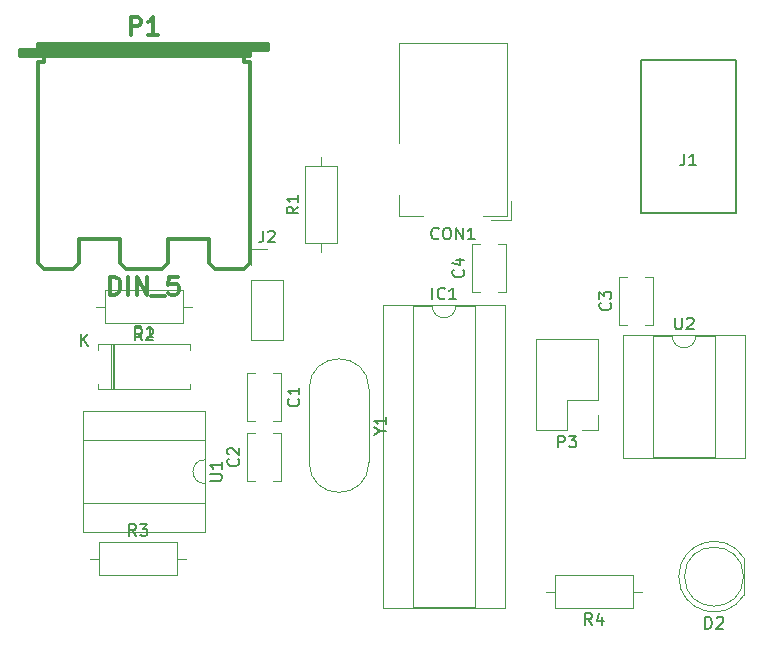
<source format=gto>
G04 #@! TF.GenerationSoftware,KiCad,Pcbnew,5.0.2+dfsg1-1~bpo9+1*
G04 #@! TF.CreationDate,2019-02-16T22:44:35+01:00*
G04 #@! TF.ProjectId,main,6d61696e-2e6b-4696-9361-645f70636258,v02*
G04 #@! TF.SameCoordinates,Original*
G04 #@! TF.FileFunction,Legend,Top*
G04 #@! TF.FilePolarity,Positive*
%FSLAX46Y46*%
G04 Gerber Fmt 4.6, Leading zero omitted, Abs format (unit mm)*
G04 Created by KiCad (PCBNEW 5.0.2+dfsg1-1~bpo9+1) date Sat 16 Feb 2019 10:44:35 PM CET*
%MOMM*%
%LPD*%
G01*
G04 APERTURE LIST*
%ADD10C,0.120000*%
%ADD11C,0.150000*%
%ADD12C,0.304800*%
G04 APERTURE END LIST*
D10*
G04 #@! TO.C,C1*
X157955000Y-107450000D02*
X157330000Y-107450000D01*
X160170000Y-107450000D02*
X159545000Y-107450000D01*
X157955000Y-103410000D02*
X157330000Y-103410000D01*
X160170000Y-103410000D02*
X159545000Y-103410000D01*
X157330000Y-103410000D02*
X157330000Y-107450000D01*
X160170000Y-103410000D02*
X160170000Y-107450000D01*
G04 #@! TO.C,C2*
X159545000Y-108490000D02*
X160170000Y-108490000D01*
X157330000Y-108490000D02*
X157955000Y-108490000D01*
X159545000Y-112530000D02*
X160170000Y-112530000D01*
X157330000Y-112530000D02*
X157955000Y-112530000D01*
X160170000Y-112530000D02*
X160170000Y-108490000D01*
X157330000Y-112530000D02*
X157330000Y-108490000D01*
G04 #@! TO.C,C3*
X188826000Y-99322000D02*
X188826000Y-95282000D01*
X191666000Y-99322000D02*
X191666000Y-95282000D01*
X188826000Y-99322000D02*
X189451000Y-99322000D01*
X191041000Y-99322000D02*
X191666000Y-99322000D01*
X188826000Y-95282000D02*
X189451000Y-95282000D01*
X191041000Y-95282000D02*
X191666000Y-95282000D01*
G04 #@! TO.C,C4*
X176380000Y-96528000D02*
X176380000Y-92488000D01*
X179220000Y-96528000D02*
X179220000Y-92488000D01*
X176380000Y-96528000D02*
X177005000Y-96528000D01*
X178595000Y-96528000D02*
X179220000Y-96528000D01*
X176380000Y-92488000D02*
X177005000Y-92488000D01*
X178595000Y-92488000D02*
X179220000Y-92488000D01*
G04 #@! TO.C,CON1*
X170152000Y-83954000D02*
X170152000Y-75454000D01*
X170152000Y-75454000D02*
X179352000Y-75454000D01*
X179352000Y-75454000D02*
X179352000Y-90154000D01*
X172252000Y-90154000D02*
X170152000Y-90154000D01*
X170152000Y-90154000D02*
X170152000Y-88354000D01*
X177952000Y-90454000D02*
X179652000Y-90454000D01*
X179652000Y-90454000D02*
X179652000Y-88854000D01*
X179352000Y-90154000D02*
X177252000Y-90154000D01*
G04 #@! TO.C,D1*
X144670000Y-101430000D02*
X144670000Y-100950000D01*
X144670000Y-100950000D02*
X152510000Y-100950000D01*
X152510000Y-100950000D02*
X152510000Y-101430000D01*
X144670000Y-104310000D02*
X144670000Y-104790000D01*
X144670000Y-104790000D02*
X152510000Y-104790000D01*
X152510000Y-104790000D02*
X152510000Y-104310000D01*
X145930000Y-100950000D02*
X145930000Y-104790000D01*
X146050000Y-100950000D02*
X146050000Y-104790000D01*
X145810000Y-100950000D02*
X145810000Y-104790000D01*
G04 #@! TO.C,D2*
X193860000Y-120649538D02*
G75*
G03X199410000Y-122194830I2990000J-462D01*
G01*
X193860000Y-120650462D02*
G75*
G02X199410000Y-119105170I2990000J462D01*
G01*
X199350000Y-120650000D02*
G75*
G03X199350000Y-120650000I-2500000J0D01*
G01*
X199410000Y-122195000D02*
X199410000Y-119105000D01*
D11*
G04 #@! TO.C,J1*
X190670000Y-89880000D02*
X198670000Y-89880000D01*
X190670000Y-76880000D02*
X198670000Y-76880000D01*
X190670000Y-76880000D02*
X190670000Y-89880000D01*
X198670000Y-76880000D02*
X198670000Y-89880000D01*
D12*
G04 #@! TO.C,P1*
X157589220Y-76339700D02*
X138089640Y-76339700D01*
X139590780Y-76090780D02*
X157589220Y-76090780D01*
X159090360Y-75839320D02*
X139590780Y-75839320D01*
X157589220Y-94089220D02*
X157589220Y-77089000D01*
X157589220Y-94089220D02*
X157088840Y-94589600D01*
X157088840Y-94589600D02*
X154589480Y-94589600D01*
X154589480Y-94589600D02*
X154089100Y-94089220D01*
X154089100Y-94089220D02*
X154089100Y-92090240D01*
X154089100Y-92090240D02*
X150588980Y-92090240D01*
X139590780Y-94089220D02*
X139590780Y-77089000D01*
X139590780Y-94089220D02*
X140091160Y-94589600D01*
X140091160Y-94589600D02*
X142090140Y-94589600D01*
X142090140Y-94589600D02*
X142590520Y-94589600D01*
X142590520Y-94589600D02*
X143090900Y-94089220D01*
X143090900Y-94089220D02*
X143090900Y-92090240D01*
X143090900Y-92090240D02*
X146591020Y-92090240D01*
X150091140Y-94589600D02*
X150588980Y-94089220D01*
X150588980Y-94089220D02*
X150588980Y-92090240D01*
X150091140Y-94589600D02*
X147088860Y-94589600D01*
X147088860Y-94589600D02*
X146591020Y-94089220D01*
X146591020Y-94089220D02*
X146591020Y-92090240D01*
X138089640Y-76090780D02*
X139590780Y-76090780D01*
X139590780Y-76090780D02*
X139590780Y-75590400D01*
X139590780Y-75590400D02*
X159090360Y-75590400D01*
X159090360Y-76090780D02*
X157589220Y-76090780D01*
X157589220Y-76090780D02*
X157589220Y-76591160D01*
X157589220Y-76591160D02*
X138089640Y-76591160D01*
X139590780Y-77089000D02*
X140091160Y-77089000D01*
X157589220Y-77089000D02*
X157088840Y-77089000D01*
X140091160Y-76591160D02*
X140091160Y-77089000D01*
X157088840Y-77089000D02*
X157088840Y-76591160D01*
X159090360Y-75590400D02*
X159090360Y-76090780D01*
X138089640Y-76591160D02*
X138089640Y-76090780D01*
D10*
G04 #@! TO.C,P3*
X187004000Y-100524000D02*
X181804000Y-100524000D01*
X187004000Y-105664000D02*
X187004000Y-100524000D01*
X181804000Y-108264000D02*
X181804000Y-100524000D01*
X187004000Y-105664000D02*
X184404000Y-105664000D01*
X184404000Y-105664000D02*
X184404000Y-108264000D01*
X184404000Y-108264000D02*
X181804000Y-108264000D01*
X187004000Y-106934000D02*
X187004000Y-108264000D01*
X187004000Y-108264000D02*
X185674000Y-108264000D01*
G04 #@! TO.C,R1*
X162206000Y-92424000D02*
X164946000Y-92424000D01*
X164946000Y-92424000D02*
X164946000Y-85884000D01*
X164946000Y-85884000D02*
X162206000Y-85884000D01*
X162206000Y-85884000D02*
X162206000Y-92424000D01*
X163576000Y-93194000D02*
X163576000Y-92424000D01*
X163576000Y-85114000D02*
X163576000Y-85884000D01*
G04 #@! TO.C,R2*
X151860000Y-99160000D02*
X151860000Y-96420000D01*
X151860000Y-96420000D02*
X145320000Y-96420000D01*
X145320000Y-96420000D02*
X145320000Y-99160000D01*
X145320000Y-99160000D02*
X151860000Y-99160000D01*
X152630000Y-97790000D02*
X151860000Y-97790000D01*
X144550000Y-97790000D02*
X145320000Y-97790000D01*
G04 #@! TO.C,R3*
X152122000Y-119126000D02*
X151352000Y-119126000D01*
X144042000Y-119126000D02*
X144812000Y-119126000D01*
X151352000Y-117756000D02*
X144812000Y-117756000D01*
X151352000Y-120496000D02*
X151352000Y-117756000D01*
X144812000Y-120496000D02*
X151352000Y-120496000D01*
X144812000Y-117756000D02*
X144812000Y-120496000D01*
G04 #@! TO.C,R4*
X182650000Y-121920000D02*
X183420000Y-121920000D01*
X190730000Y-121920000D02*
X189960000Y-121920000D01*
X183420000Y-123290000D02*
X189960000Y-123290000D01*
X183420000Y-120550000D02*
X183420000Y-123290000D01*
X189960000Y-120550000D02*
X183420000Y-120550000D01*
X189960000Y-123290000D02*
X189960000Y-120550000D01*
G04 #@! TO.C,U1*
X153730000Y-112760000D02*
G75*
G02X153730000Y-110760000I0J1000000D01*
G01*
X153730000Y-110760000D02*
X153730000Y-109110000D01*
X153730000Y-109110000D02*
X143450000Y-109110000D01*
X143450000Y-109110000D02*
X143450000Y-114410000D01*
X143450000Y-114410000D02*
X153730000Y-114410000D01*
X153730000Y-114410000D02*
X153730000Y-112760000D01*
X153790000Y-106620000D02*
X143390000Y-106620000D01*
X143390000Y-106620000D02*
X143390000Y-116900000D01*
X143390000Y-116900000D02*
X153790000Y-116900000D01*
X153790000Y-116900000D02*
X153790000Y-106620000D01*
G04 #@! TO.C,U2*
X199450000Y-100210000D02*
X189170000Y-100210000D01*
X199450000Y-110610000D02*
X199450000Y-100210000D01*
X189170000Y-110610000D02*
X199450000Y-110610000D01*
X189170000Y-100210000D02*
X189170000Y-110610000D01*
X196960000Y-100270000D02*
X195310000Y-100270000D01*
X196960000Y-110550000D02*
X196960000Y-100270000D01*
X191660000Y-110550000D02*
X196960000Y-110550000D01*
X191660000Y-100270000D02*
X191660000Y-110550000D01*
X193310000Y-100270000D02*
X191660000Y-100270000D01*
X195310000Y-100270000D02*
G75*
G02X193310000Y-100270000I-1000000J0D01*
G01*
G04 #@! TO.C,Y1*
X167625000Y-104735000D02*
X167625000Y-110985000D01*
X162575000Y-104735000D02*
X162575000Y-110985000D01*
X162575000Y-104735000D02*
G75*
G02X167625000Y-104735000I2525000J0D01*
G01*
X162575000Y-110985000D02*
G75*
G03X167625000Y-110985000I2525000J0D01*
G01*
G04 #@! TO.C,IC1*
X174990000Y-97730000D02*
G75*
G02X172990000Y-97730000I-1000000J0D01*
G01*
X172990000Y-97730000D02*
X171340000Y-97730000D01*
X171340000Y-97730000D02*
X171340000Y-123250000D01*
X171340000Y-123250000D02*
X176640000Y-123250000D01*
X176640000Y-123250000D02*
X176640000Y-97730000D01*
X176640000Y-97730000D02*
X174990000Y-97730000D01*
X168850000Y-97670000D02*
X168850000Y-123310000D01*
X168850000Y-123310000D02*
X179130000Y-123310000D01*
X179130000Y-123310000D02*
X179130000Y-97670000D01*
X179130000Y-97670000D02*
X168850000Y-97670000D01*
G04 #@! TO.C,J2*
X157674000Y-100644000D02*
X160334000Y-100644000D01*
X157674000Y-95504000D02*
X157674000Y-100644000D01*
X160334000Y-95504000D02*
X160334000Y-100644000D01*
X157674000Y-95504000D02*
X160334000Y-95504000D01*
X157674000Y-94234000D02*
X157674000Y-92904000D01*
X157674000Y-92904000D02*
X159004000Y-92904000D01*
G04 #@! TO.C,C1*
D11*
X161657142Y-105596666D02*
X161704761Y-105644285D01*
X161752380Y-105787142D01*
X161752380Y-105882380D01*
X161704761Y-106025238D01*
X161609523Y-106120476D01*
X161514285Y-106168095D01*
X161323809Y-106215714D01*
X161180952Y-106215714D01*
X160990476Y-106168095D01*
X160895238Y-106120476D01*
X160800000Y-106025238D01*
X160752380Y-105882380D01*
X160752380Y-105787142D01*
X160800000Y-105644285D01*
X160847619Y-105596666D01*
X161752380Y-104644285D02*
X161752380Y-105215714D01*
X161752380Y-104930000D02*
X160752380Y-104930000D01*
X160895238Y-105025238D01*
X160990476Y-105120476D01*
X161038095Y-105215714D01*
G04 #@! TO.C,C2*
X156557142Y-110676666D02*
X156604761Y-110724285D01*
X156652380Y-110867142D01*
X156652380Y-110962380D01*
X156604761Y-111105238D01*
X156509523Y-111200476D01*
X156414285Y-111248095D01*
X156223809Y-111295714D01*
X156080952Y-111295714D01*
X155890476Y-111248095D01*
X155795238Y-111200476D01*
X155700000Y-111105238D01*
X155652380Y-110962380D01*
X155652380Y-110867142D01*
X155700000Y-110724285D01*
X155747619Y-110676666D01*
X155747619Y-110295714D02*
X155700000Y-110248095D01*
X155652380Y-110152857D01*
X155652380Y-109914761D01*
X155700000Y-109819523D01*
X155747619Y-109771904D01*
X155842857Y-109724285D01*
X155938095Y-109724285D01*
X156080952Y-109771904D01*
X156652380Y-110343333D01*
X156652380Y-109724285D01*
G04 #@! TO.C,C3*
X188053142Y-97468666D02*
X188100761Y-97516285D01*
X188148380Y-97659142D01*
X188148380Y-97754380D01*
X188100761Y-97897238D01*
X188005523Y-97992476D01*
X187910285Y-98040095D01*
X187719809Y-98087714D01*
X187576952Y-98087714D01*
X187386476Y-98040095D01*
X187291238Y-97992476D01*
X187196000Y-97897238D01*
X187148380Y-97754380D01*
X187148380Y-97659142D01*
X187196000Y-97516285D01*
X187243619Y-97468666D01*
X187148380Y-97135333D02*
X187148380Y-96516285D01*
X187529333Y-96849619D01*
X187529333Y-96706761D01*
X187576952Y-96611523D01*
X187624571Y-96563904D01*
X187719809Y-96516285D01*
X187957904Y-96516285D01*
X188053142Y-96563904D01*
X188100761Y-96611523D01*
X188148380Y-96706761D01*
X188148380Y-96992476D01*
X188100761Y-97087714D01*
X188053142Y-97135333D01*
G04 #@! TO.C,C4*
X175607142Y-94674666D02*
X175654761Y-94722285D01*
X175702380Y-94865142D01*
X175702380Y-94960380D01*
X175654761Y-95103238D01*
X175559523Y-95198476D01*
X175464285Y-95246095D01*
X175273809Y-95293714D01*
X175130952Y-95293714D01*
X174940476Y-95246095D01*
X174845238Y-95198476D01*
X174750000Y-95103238D01*
X174702380Y-94960380D01*
X174702380Y-94865142D01*
X174750000Y-94722285D01*
X174797619Y-94674666D01*
X175035714Y-93817523D02*
X175702380Y-93817523D01*
X174654761Y-94055619D02*
X175369047Y-94293714D01*
X175369047Y-93674666D01*
G04 #@! TO.C,CON1*
X173537714Y-92011142D02*
X173490095Y-92058761D01*
X173347238Y-92106380D01*
X173252000Y-92106380D01*
X173109142Y-92058761D01*
X173013904Y-91963523D01*
X172966285Y-91868285D01*
X172918666Y-91677809D01*
X172918666Y-91534952D01*
X172966285Y-91344476D01*
X173013904Y-91249238D01*
X173109142Y-91154000D01*
X173252000Y-91106380D01*
X173347238Y-91106380D01*
X173490095Y-91154000D01*
X173537714Y-91201619D01*
X174156761Y-91106380D02*
X174347238Y-91106380D01*
X174442476Y-91154000D01*
X174537714Y-91249238D01*
X174585333Y-91439714D01*
X174585333Y-91773047D01*
X174537714Y-91963523D01*
X174442476Y-92058761D01*
X174347238Y-92106380D01*
X174156761Y-92106380D01*
X174061523Y-92058761D01*
X173966285Y-91963523D01*
X173918666Y-91773047D01*
X173918666Y-91439714D01*
X173966285Y-91249238D01*
X174061523Y-91154000D01*
X174156761Y-91106380D01*
X175013904Y-92106380D02*
X175013904Y-91106380D01*
X175585333Y-92106380D01*
X175585333Y-91106380D01*
X176585333Y-92106380D02*
X176013904Y-92106380D01*
X176299619Y-92106380D02*
X176299619Y-91106380D01*
X176204380Y-91249238D01*
X176109142Y-91344476D01*
X176013904Y-91392095D01*
G04 #@! TO.C,D1*
X147851904Y-100402380D02*
X147851904Y-99402380D01*
X148090000Y-99402380D01*
X148232857Y-99450000D01*
X148328095Y-99545238D01*
X148375714Y-99640476D01*
X148423333Y-99830952D01*
X148423333Y-99973809D01*
X148375714Y-100164285D01*
X148328095Y-100259523D01*
X148232857Y-100354761D01*
X148090000Y-100402380D01*
X147851904Y-100402380D01*
X149375714Y-100402380D02*
X148804285Y-100402380D01*
X149090000Y-100402380D02*
X149090000Y-99402380D01*
X148994761Y-99545238D01*
X148899523Y-99640476D01*
X148804285Y-99688095D01*
X143248095Y-101122380D02*
X143248095Y-100122380D01*
X143819523Y-101122380D02*
X143390952Y-100550952D01*
X143819523Y-100122380D02*
X143248095Y-100693809D01*
G04 #@! TO.C,D2*
X196111904Y-125062380D02*
X196111904Y-124062380D01*
X196350000Y-124062380D01*
X196492857Y-124110000D01*
X196588095Y-124205238D01*
X196635714Y-124300476D01*
X196683333Y-124490952D01*
X196683333Y-124633809D01*
X196635714Y-124824285D01*
X196588095Y-124919523D01*
X196492857Y-125014761D01*
X196350000Y-125062380D01*
X196111904Y-125062380D01*
X197064285Y-124157619D02*
X197111904Y-124110000D01*
X197207142Y-124062380D01*
X197445238Y-124062380D01*
X197540476Y-124110000D01*
X197588095Y-124157619D01*
X197635714Y-124252857D01*
X197635714Y-124348095D01*
X197588095Y-124490952D01*
X197016666Y-125062380D01*
X197635714Y-125062380D01*
G04 #@! TO.C,J1*
X194336666Y-84832380D02*
X194336666Y-85546666D01*
X194289047Y-85689523D01*
X194193809Y-85784761D01*
X194050952Y-85832380D01*
X193955714Y-85832380D01*
X195336666Y-85832380D02*
X194765238Y-85832380D01*
X195050952Y-85832380D02*
X195050952Y-84832380D01*
X194955714Y-84975238D01*
X194860476Y-85070476D01*
X194765238Y-85118095D01*
G04 #@! TO.C,P1*
D12*
X147465142Y-74778688D02*
X147465142Y-73254688D01*
X148045714Y-73254688D01*
X148190857Y-73327260D01*
X148263428Y-73399831D01*
X148336000Y-73544974D01*
X148336000Y-73762688D01*
X148263428Y-73907831D01*
X148190857Y-73980402D01*
X148045714Y-74052974D01*
X147465142Y-74052974D01*
X149787428Y-74778688D02*
X148916571Y-74778688D01*
X149352000Y-74778688D02*
X149352000Y-73254688D01*
X149206857Y-73472402D01*
X149061714Y-73617545D01*
X148916571Y-73690117D01*
X145723428Y-96780168D02*
X145723428Y-95256168D01*
X146086285Y-95256168D01*
X146304000Y-95328740D01*
X146449142Y-95473882D01*
X146521714Y-95619025D01*
X146594285Y-95909311D01*
X146594285Y-96127025D01*
X146521714Y-96417311D01*
X146449142Y-96562454D01*
X146304000Y-96707597D01*
X146086285Y-96780168D01*
X145723428Y-96780168D01*
X147247428Y-96780168D02*
X147247428Y-95256168D01*
X147973142Y-96780168D02*
X147973142Y-95256168D01*
X148844000Y-96780168D01*
X148844000Y-95256168D01*
X149206857Y-96925311D02*
X150368000Y-96925311D01*
X151456571Y-95256168D02*
X150730857Y-95256168D01*
X150658285Y-95981882D01*
X150730857Y-95909311D01*
X150876000Y-95836740D01*
X151238857Y-95836740D01*
X151384000Y-95909311D01*
X151456571Y-95981882D01*
X151529142Y-96127025D01*
X151529142Y-96489882D01*
X151456571Y-96635025D01*
X151384000Y-96707597D01*
X151238857Y-96780168D01*
X150876000Y-96780168D01*
X150730857Y-96707597D01*
X150658285Y-96635025D01*
G04 #@! TO.C,P3*
D11*
X183665904Y-109716380D02*
X183665904Y-108716380D01*
X184046857Y-108716380D01*
X184142095Y-108764000D01*
X184189714Y-108811619D01*
X184237333Y-108906857D01*
X184237333Y-109049714D01*
X184189714Y-109144952D01*
X184142095Y-109192571D01*
X184046857Y-109240190D01*
X183665904Y-109240190D01*
X184570666Y-108716380D02*
X185189714Y-108716380D01*
X184856380Y-109097333D01*
X184999238Y-109097333D01*
X185094476Y-109144952D01*
X185142095Y-109192571D01*
X185189714Y-109287809D01*
X185189714Y-109525904D01*
X185142095Y-109621142D01*
X185094476Y-109668761D01*
X184999238Y-109716380D01*
X184713523Y-109716380D01*
X184618285Y-109668761D01*
X184570666Y-109621142D01*
G04 #@! TO.C,R1*
X161658380Y-89320666D02*
X161182190Y-89654000D01*
X161658380Y-89892095D02*
X160658380Y-89892095D01*
X160658380Y-89511142D01*
X160706000Y-89415904D01*
X160753619Y-89368285D01*
X160848857Y-89320666D01*
X160991714Y-89320666D01*
X161086952Y-89368285D01*
X161134571Y-89415904D01*
X161182190Y-89511142D01*
X161182190Y-89892095D01*
X161658380Y-88368285D02*
X161658380Y-88939714D01*
X161658380Y-88654000D02*
X160658380Y-88654000D01*
X160801238Y-88749238D01*
X160896476Y-88844476D01*
X160944095Y-88939714D01*
G04 #@! TO.C,R2*
X148423333Y-100612380D02*
X148090000Y-100136190D01*
X147851904Y-100612380D02*
X147851904Y-99612380D01*
X148232857Y-99612380D01*
X148328095Y-99660000D01*
X148375714Y-99707619D01*
X148423333Y-99802857D01*
X148423333Y-99945714D01*
X148375714Y-100040952D01*
X148328095Y-100088571D01*
X148232857Y-100136190D01*
X147851904Y-100136190D01*
X148804285Y-99707619D02*
X148851904Y-99660000D01*
X148947142Y-99612380D01*
X149185238Y-99612380D01*
X149280476Y-99660000D01*
X149328095Y-99707619D01*
X149375714Y-99802857D01*
X149375714Y-99898095D01*
X149328095Y-100040952D01*
X148756666Y-100612380D01*
X149375714Y-100612380D01*
G04 #@! TO.C,R3*
X147915333Y-117208380D02*
X147582000Y-116732190D01*
X147343904Y-117208380D02*
X147343904Y-116208380D01*
X147724857Y-116208380D01*
X147820095Y-116256000D01*
X147867714Y-116303619D01*
X147915333Y-116398857D01*
X147915333Y-116541714D01*
X147867714Y-116636952D01*
X147820095Y-116684571D01*
X147724857Y-116732190D01*
X147343904Y-116732190D01*
X148248666Y-116208380D02*
X148867714Y-116208380D01*
X148534380Y-116589333D01*
X148677238Y-116589333D01*
X148772476Y-116636952D01*
X148820095Y-116684571D01*
X148867714Y-116779809D01*
X148867714Y-117017904D01*
X148820095Y-117113142D01*
X148772476Y-117160761D01*
X148677238Y-117208380D01*
X148391523Y-117208380D01*
X148296285Y-117160761D01*
X148248666Y-117113142D01*
G04 #@! TO.C,R4*
X186523333Y-124742380D02*
X186190000Y-124266190D01*
X185951904Y-124742380D02*
X185951904Y-123742380D01*
X186332857Y-123742380D01*
X186428095Y-123790000D01*
X186475714Y-123837619D01*
X186523333Y-123932857D01*
X186523333Y-124075714D01*
X186475714Y-124170952D01*
X186428095Y-124218571D01*
X186332857Y-124266190D01*
X185951904Y-124266190D01*
X187380476Y-124075714D02*
X187380476Y-124742380D01*
X187142380Y-123694761D02*
X186904285Y-124409047D01*
X187523333Y-124409047D01*
G04 #@! TO.C,U1*
X154182380Y-112521904D02*
X154991904Y-112521904D01*
X155087142Y-112474285D01*
X155134761Y-112426666D01*
X155182380Y-112331428D01*
X155182380Y-112140952D01*
X155134761Y-112045714D01*
X155087142Y-111998095D01*
X154991904Y-111950476D01*
X154182380Y-111950476D01*
X155182380Y-110950476D02*
X155182380Y-111521904D01*
X155182380Y-111236190D02*
X154182380Y-111236190D01*
X154325238Y-111331428D01*
X154420476Y-111426666D01*
X154468095Y-111521904D01*
G04 #@! TO.C,U2*
X193548095Y-98722380D02*
X193548095Y-99531904D01*
X193595714Y-99627142D01*
X193643333Y-99674761D01*
X193738571Y-99722380D01*
X193929047Y-99722380D01*
X194024285Y-99674761D01*
X194071904Y-99627142D01*
X194119523Y-99531904D01*
X194119523Y-98722380D01*
X194548095Y-98817619D02*
X194595714Y-98770000D01*
X194690952Y-98722380D01*
X194929047Y-98722380D01*
X195024285Y-98770000D01*
X195071904Y-98817619D01*
X195119523Y-98912857D01*
X195119523Y-99008095D01*
X195071904Y-99150952D01*
X194500476Y-99722380D01*
X195119523Y-99722380D01*
G04 #@! TO.C,Y1*
X168601190Y-108336190D02*
X169077380Y-108336190D01*
X168077380Y-108669523D02*
X168601190Y-108336190D01*
X168077380Y-108002857D01*
X169077380Y-107145714D02*
X169077380Y-107717142D01*
X169077380Y-107431428D02*
X168077380Y-107431428D01*
X168220238Y-107526666D01*
X168315476Y-107621904D01*
X168363095Y-107717142D01*
G04 #@! TO.C,IC1*
X173013809Y-97182380D02*
X173013809Y-96182380D01*
X174061428Y-97087142D02*
X174013809Y-97134761D01*
X173870952Y-97182380D01*
X173775714Y-97182380D01*
X173632857Y-97134761D01*
X173537619Y-97039523D01*
X173490000Y-96944285D01*
X173442380Y-96753809D01*
X173442380Y-96610952D01*
X173490000Y-96420476D01*
X173537619Y-96325238D01*
X173632857Y-96230000D01*
X173775714Y-96182380D01*
X173870952Y-96182380D01*
X174013809Y-96230000D01*
X174061428Y-96277619D01*
X175013809Y-97182380D02*
X174442380Y-97182380D01*
X174728095Y-97182380D02*
X174728095Y-96182380D01*
X174632857Y-96325238D01*
X174537619Y-96420476D01*
X174442380Y-96468095D01*
G04 #@! TO.C,J2*
X158670666Y-91356380D02*
X158670666Y-92070666D01*
X158623047Y-92213523D01*
X158527809Y-92308761D01*
X158384952Y-92356380D01*
X158289714Y-92356380D01*
X159099238Y-91451619D02*
X159146857Y-91404000D01*
X159242095Y-91356380D01*
X159480190Y-91356380D01*
X159575428Y-91404000D01*
X159623047Y-91451619D01*
X159670666Y-91546857D01*
X159670666Y-91642095D01*
X159623047Y-91784952D01*
X159051619Y-92356380D01*
X159670666Y-92356380D01*
G04 #@! TD*
M02*

</source>
